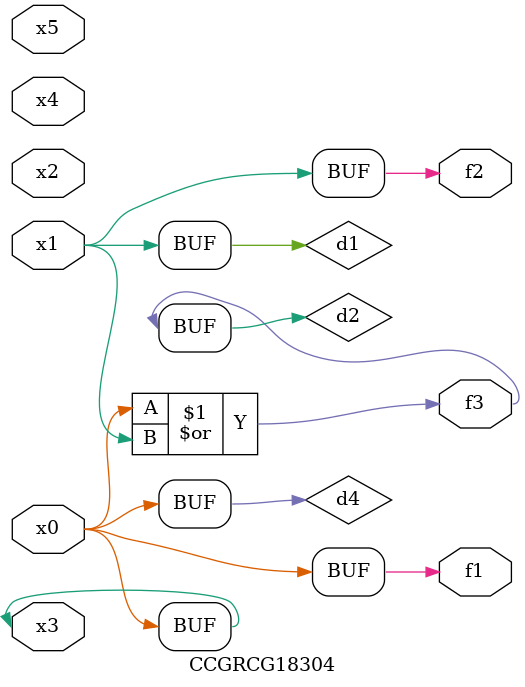
<source format=v>
module CCGRCG18304(
	input x0, x1, x2, x3, x4, x5,
	output f1, f2, f3
);

	wire d1, d2, d3, d4;

	and (d1, x1);
	or (d2, x0, x1);
	nand (d3, x0, x5);
	buf (d4, x0, x3);
	assign f1 = d4;
	assign f2 = d1;
	assign f3 = d2;
endmodule

</source>
